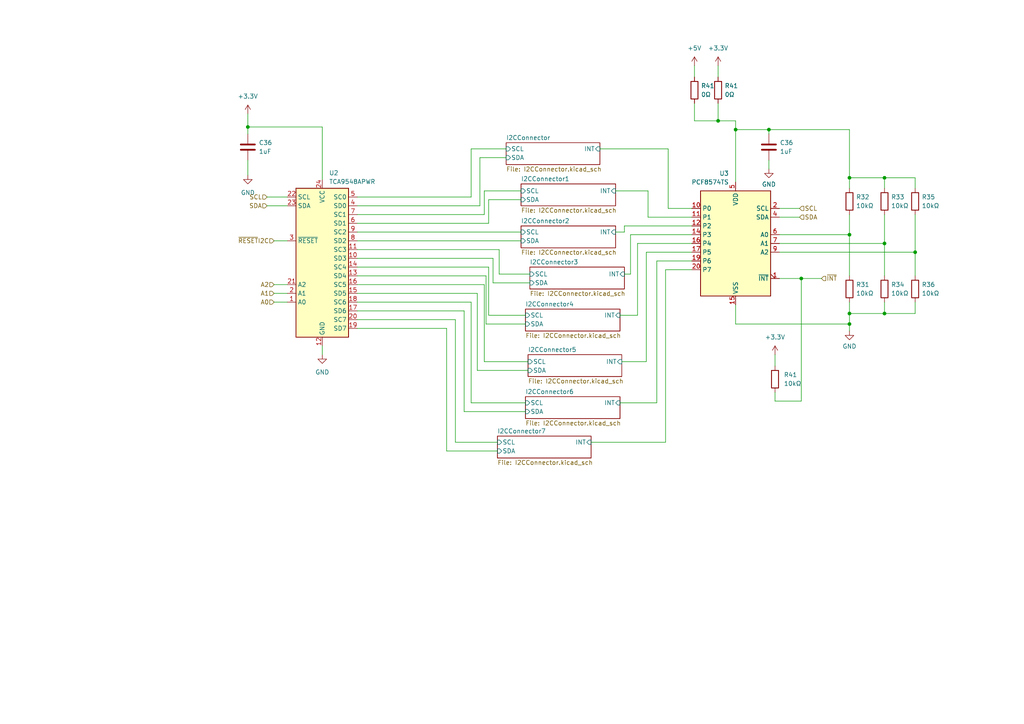
<source format=kicad_sch>
(kicad_sch (version 20230121) (generator eeschema)
  (paper "A4")
  (lib_symbols
    (symbol "Device:C" (pin_numbers hide) (pin_names (offset 0.254))
      (property "Reference" "C" (at 0.635 2.54 0))
      (property "Value" "C" (at 0.635 -2.54 0))
      (symbol "C_0_1"
        (polyline (pts (xy -2.032 -0.762) (xy 2.032 -0.762)) (stroke (width 0.508)))
        (polyline (pts (xy -2.032 0.762) (xy 2.032 0.762)) (stroke (width 0.508)))
      )
      (symbol "C_1_1"
        (pin passive line (at 0 3.81 270) (length 2.794) (name "~") (number "1"))
        (pin passive line (at 0 -3.81 90) (length 2.794) (name "~") (number "2"))
      )
    )
    (symbol "Device:R" (pin_numbers hide) (pin_names (offset 0))
      (property "Reference" "R" (at 2.032 0 90))
      (property "Value" "R" (at 0 0 90))
      (symbol "R_0_1"
        (rectangle (start -1.016 -2.54) (end 1.016 2.54) (stroke (width 0.254)))
      )
      (symbol "R_1_1"
        (pin passive line (at 0 3.81 270) (length 1.27) (name "~") (number "1"))
        (pin passive line (at 0 -3.81 90) (length 1.27) (name "~") (number "2"))
      )
    )
    (symbol "Interface_Expansion:PCF8574TS"
      (property "Reference" "U" (at -8.89 16.51 0))
      (property "Value" "PCF8574TS" (at 3.81 16.51 0))
      (symbol "PCF8574TS_0_1"
        (rectangle (start -10.16 15.24) (end 10.16 -15.24) (stroke (width 0.254)) (fill (type background)))
      )
      (symbol "PCF8574TS_1_1"
        (pin open_collector output_low (at -12.7 -10.16 0) (length 2.54) (name "~{INT}") (number "1"))
        (pin bidirectional line (at 12.7 10.16 180) (length 2.54) (name "P0") (number "10"))
        (pin bidirectional line (at 12.7 7.62 180) (length 2.54) (name "P1") (number "11"))
        (pin bidirectional line (at 12.7 5.08 180) (length 2.54) (name "P2") (number "12"))
        (pin no_connect line (at -10.16 -5.08 0) (length 2.54) hide (name "NC") (number "13"))
        (pin bidirectional line (at 12.7 2.54 180) (length 2.54) (name "P3") (number "14"))
        (pin power_in line (at 0 -17.78 90) (length 2.54) (name "VSS") (number "15"))
        (pin bidirectional line (at 12.7 0 180) (length 2.54) (name "P4") (number "16"))
        (pin bidirectional line (at 12.7 -2.54 180) (length 2.54) (name "P5") (number "17"))
        (pin no_connect line (at -10.16 -7.62 0) (length 2.54) hide (name "NC") (number "18"))
        (pin bidirectional line (at 12.7 -5.08 180) (length 2.54) (name "P6") (number "19"))
        (pin input line (at -12.7 10.16 0) (length 2.54) (name "SCL") (number "2"))
        (pin bidirectional line (at 12.7 -7.62 180) (length 2.54) (name "P7") (number "20"))
        (pin no_connect line (at 10.16 -10.16 180) (length 2.54) hide (name "NC") (number "3"))
        (pin bidirectional line (at -12.7 7.62 0) (length 2.54) (name "SDA") (number "4"))
        (pin power_in line (at 0 17.78 270) (length 2.54) (name "VDD") (number "5"))
        (pin input line (at -12.7 2.54 0) (length 2.54) (name "A0") (number "6"))
        (pin input line (at -12.7 0 0) (length 2.54) (name "A1") (number "7"))
        (pin no_connect line (at 10.16 -12.7 180) (length 2.54) hide (name "NC") (number "8"))
        (pin input line (at -12.7 -2.54 0) (length 2.54) (name "A2") (number "9"))
      )
    )
    (symbol "Interface_Expansion:TCA9548APWR"
      (property "Reference" "U" (at -7.62 21.59 0))
      (property "Value" "TCA9548APWR" (at 1.016 21.59 0))
      (symbol "TCA9548APWR_0_1"
        (rectangle (start -7.62 20.32) (end 7.62 -22.86) (stroke (width 0.254)) (fill (type background)))
      )
      (symbol "TCA9548APWR_1_1"
        (pin input line (at -10.16 -12.7 0) (length 2.54) (name "A0") (number "1"))
        (pin bidirectional line (at 10.16 0 180) (length 2.54) (name "SD3") (number "10"))
        (pin output line (at 10.16 2.54 180) (length 2.54) (name "SC3") (number "11"))
        (pin power_in line (at 0 -25.4 90) (length 2.54) (name "GND") (number "12"))
        (pin bidirectional line (at 10.16 -5.08 180) (length 2.54) (name "SD4") (number "13"))
        (pin output line (at 10.16 -2.54 180) (length 2.54) (name "SC4") (number "14"))
        (pin bidirectional line (at 10.16 -10.16 180) (length 2.54) (name "SD5") (number "15"))
        (pin output line (at 10.16 -7.62 180) (length 2.54) (name "SC5") (number "16"))
        (pin bidirectional line (at 10.16 -15.24 180) (length 2.54) (name "SD6") (number "17"))
        (pin output line (at 10.16 -12.7 180) (length 2.54) (name "SC6") (number "18"))
        (pin bidirectional line (at 10.16 -20.32 180) (length 2.54) (name "SD7") (number "19"))
        (pin input line (at -10.16 -10.16 0) (length 2.54) (name "A1") (number "2"))
        (pin output line (at 10.16 -17.78 180) (length 2.54) (name "SC7") (number "20"))
        (pin input line (at -10.16 -7.62 0) (length 2.54) (name "A2") (number "21"))
        (pin input line (at -10.16 17.78 0) (length 2.54) (name "SCL") (number "22"))
        (pin bidirectional line (at -10.16 15.24 0) (length 2.54) (name "SDA") (number "23"))
        (pin power_in line (at 0 22.86 270) (length 2.54) (name "VCC") (number "24"))
        (pin input line (at -10.16 5.08 0) (length 2.54) (name "~{RESET}") (number "3"))
        (pin bidirectional line (at 10.16 15.24 180) (length 2.54) (name "SD0") (number "4"))
        (pin output line (at 10.16 17.78 180) (length 2.54) (name "SC0") (number "5"))
        (pin bidirectional line (at 10.16 10.16 180) (length 2.54) (name "SD1") (number "6"))
        (pin output line (at 10.16 12.7 180) (length 2.54) (name "SC1") (number "7"))
        (pin bidirectional line (at 10.16 5.08 180) (length 2.54) (name "SD2") (number "8"))
        (pin output line (at 10.16 7.62 180) (length 2.54) (name "SC2") (number "9"))
      )
    )
    (symbol "power:+3.3V" (power) (pin_names (offset 0))
      (property "Value" "+3.3V" (at 0 3.556 0))
      (symbol "+3.3V_0_1"
        (polyline (pts (xy -0.762 1.27) (xy 0 2.54)))
        (polyline (pts (xy 0 0) (xy 0 2.54)))
        (polyline (pts (xy 0 2.54) (xy 0.762 1.27)))
      )
      (symbol "+3.3V_1_1"
        (pin power_in line (at 0 0 90) (length 0) hide (name "+3.3V") (number "1"))
      )
    )
    (symbol "power:+5V" (power) (pin_names (offset 0))
      (property "Value" "+5V" (at 0 3.556 0))
      (symbol "+5V_0_1"
        (polyline (pts (xy -0.762 1.27) (xy 0 2.54)))
        (polyline (pts (xy 0 0) (xy 0 2.54)))
        (polyline (pts (xy 0 2.54) (xy 0.762 1.27)))
      )
      (symbol "+5V_1_1"
        (pin power_in line (at 0 0 90) (length 0) hide (name "+5V") (number "1"))
      )
    )
    (symbol "power:GND" (power) (pin_names (offset 0))
      (property "Value" "GND" (at 0 -3.81 0))
      (symbol "GND_0_1"
        (polyline (pts (xy 0 0) (xy 0 -1.27) (xy 1.27 -1.27) (xy 0 -2.54) (xy -1.27 -1.27) (xy 0 -1.27)))
      )
      (symbol "GND_1_1"
        (pin power_in line (at 0 0 270) (length 0) hide (name "GND") (number "1"))
      )
    )
  )
  (junction (at 246.38 93.98))
  (junction (at 246.38 68.072))
  (junction (at 256.54 90.932))
  (junction (at 213.36 37.592))
  (junction (at 265.43 73.152))
  (junction (at 208.28 35.052))
  (junction (at 71.882 36.83))
  (junction (at 246.38 90.932))
  (junction (at 246.38 51.562))
  (junction (at 232.41 80.772))
  (junction (at 256.54 51.562))
  (junction (at 223.012 37.592))
  (junction (at 256.54 70.612))
  (wire (pts (xy 139.192 45.72) (xy 146.812 45.72)))
  (wire (pts (xy 232.41 80.772) (xy 238.252 80.772)))
  (wire (pts (xy 184.912 91.44) (xy 184.912 70.612)))
  (wire (pts (xy 226.06 73.152) (xy 265.43 73.152)))
  (wire (pts (xy 256.54 51.562) (xy 265.43 51.562)))
  (wire (pts (xy 93.472 36.83) (xy 93.472 52.07)))
  (wire (pts (xy 144.272 128.27) (xy 132.08 128.27)))
  (wire (pts (xy 79.502 85.09) (xy 83.312 85.09)))
  (wire (pts (xy 140.462 82.55) (xy 140.462 104.902)))
  (wire (pts (xy 141.732 64.77) (xy 141.732 57.912)))
  (wire (pts (xy 141.732 77.47) (xy 141.732 91.44)))
  (wire (pts (xy 208.28 35.052) (xy 213.36 35.052)))
  (wire (pts (xy 182.88 79.502) (xy 181.102 79.502)))
  (wire (pts (xy 208.28 29.972) (xy 208.28 35.052)))
  (wire (pts (xy 173.99 43.18) (xy 193.802 43.18)))
  (wire (pts (xy 103.632 64.77) (xy 141.732 64.77)))
  (wire (pts (xy 193.802 43.18) (xy 193.802 60.452)))
  (wire (pts (xy 143.002 82.042) (xy 153.67 82.042)))
  (wire (pts (xy 144.78 79.502) (xy 153.67 79.502)))
  (wire (pts (xy 246.38 51.562) (xy 246.38 54.61)))
  (wire (pts (xy 138.43 107.442) (xy 153.162 107.442)))
  (wire (pts (xy 103.632 59.69) (xy 139.192 59.69)))
  (wire (pts (xy 223.012 37.592) (xy 223.012 38.862)))
  (wire (pts (xy 232.41 116.332) (xy 224.79 116.332)))
  (wire (pts (xy 103.632 74.93) (xy 143.002 74.93)))
  (wire (pts (xy 140.462 55.372) (xy 151.13 55.372)))
  (wire (pts (xy 213.36 88.392) (xy 213.36 93.98)))
  (wire (pts (xy 208.28 19.05) (xy 208.28 22.352)))
  (wire (pts (xy 200.66 68.072) (xy 182.88 68.072)))
  (wire (pts (xy 265.43 62.23) (xy 265.43 73.152)))
  (wire (pts (xy 213.36 35.052) (xy 213.36 37.592)))
  (wire (pts (xy 79.502 82.55) (xy 83.312 82.55)))
  (wire (pts (xy 140.462 62.23) (xy 140.462 55.372)))
  (wire (pts (xy 143.002 74.93) (xy 143.002 82.042)))
  (wire (pts (xy 140.97 93.98) (xy 152.4 93.98)))
  (wire (pts (xy 256.54 70.612) (xy 256.54 80.01)))
  (wire (pts (xy 181.102 65.532) (xy 200.66 65.532)))
  (wire (pts (xy 129.54 95.25) (xy 129.54 130.81)))
  (wire (pts (xy 179.832 116.84) (xy 190.5 116.84)))
  (wire (pts (xy 93.472 100.33) (xy 93.472 102.87)))
  (wire (pts (xy 265.43 51.562) (xy 265.43 54.61)))
  (wire (pts (xy 193.04 78.232) (xy 193.04 128.27)))
  (wire (pts (xy 152.4 119.38) (xy 134.62 119.38)))
  (wire (pts (xy 193.04 128.27) (xy 171.45 128.27)))
  (wire (pts (xy 79.502 87.63) (xy 83.312 87.63)))
  (wire (pts (xy 132.08 92.71) (xy 103.632 92.71)))
  (wire (pts (xy 134.62 90.17) (xy 103.632 90.17)))
  (wire (pts (xy 213.36 37.592) (xy 223.012 37.592)))
  (wire (pts (xy 139.192 59.69) (xy 139.192 45.72)))
  (wire (pts (xy 265.43 73.152) (xy 265.43 80.01)))
  (wire (pts (xy 136.652 57.15) (xy 136.652 43.18)))
  (wire (pts (xy 246.38 62.23) (xy 246.38 68.072)))
  (wire (pts (xy 77.47 59.69) (xy 83.312 59.69)))
  (wire (pts (xy 200.66 78.232) (xy 193.04 78.232)))
  (wire (pts (xy 129.54 130.81) (xy 144.272 130.81)))
  (wire (pts (xy 132.08 128.27) (xy 132.08 92.71)))
  (wire (pts (xy 223.012 37.592) (xy 246.38 37.592)))
  (wire (pts (xy 193.802 60.452) (xy 200.66 60.452)))
  (wire (pts (xy 190.5 116.84) (xy 190.5 75.692)))
  (wire (pts (xy 223.012 46.482) (xy 223.012 49.022)))
  (wire (pts (xy 103.632 87.63) (xy 136.652 87.63)))
  (wire (pts (xy 190.5 75.692) (xy 200.66 75.692)))
  (wire (pts (xy 256.54 62.23) (xy 256.54 70.612)))
  (wire (pts (xy 103.632 85.09) (xy 138.43 85.09)))
  (wire (pts (xy 187.96 55.372) (xy 178.562 55.372)))
  (wire (pts (xy 201.422 35.052) (xy 208.28 35.052)))
  (wire (pts (xy 138.43 85.09) (xy 138.43 107.442)))
  (wire (pts (xy 184.912 70.612) (xy 200.66 70.612)))
  (wire (pts (xy 226.06 70.612) (xy 256.54 70.612)))
  (wire (pts (xy 152.4 91.44) (xy 141.732 91.44)))
  (wire (pts (xy 71.882 36.83) (xy 93.472 36.83)))
  (wire (pts (xy 213.36 93.98) (xy 246.38 93.98)))
  (wire (pts (xy 180.34 104.902) (xy 187.452 104.902)))
  (wire (pts (xy 246.38 93.98) (xy 246.38 96.012)))
  (wire (pts (xy 71.882 46.482) (xy 71.882 50.8)))
  (wire (pts (xy 187.452 104.902) (xy 187.452 73.152)))
  (wire (pts (xy 246.38 68.072) (xy 246.38 80.01)))
  (wire (pts (xy 182.88 68.072) (xy 182.88 79.502)))
  (wire (pts (xy 136.652 43.18) (xy 146.812 43.18)))
  (wire (pts (xy 136.652 116.84) (xy 152.4 116.84)))
  (wire (pts (xy 178.562 67.31) (xy 181.102 67.31)))
  (wire (pts (xy 140.97 80.01) (xy 140.97 93.98)))
  (wire (pts (xy 226.06 68.072) (xy 246.38 68.072)))
  (wire (pts (xy 256.54 51.562) (xy 256.54 54.61)))
  (wire (pts (xy 103.632 69.85) (xy 151.13 69.85)))
  (wire (pts (xy 103.632 72.39) (xy 144.78 72.39)))
  (wire (pts (xy 79.502 69.85) (xy 83.312 69.85)))
  (wire (pts (xy 200.66 62.992) (xy 187.96 62.992)))
  (wire (pts (xy 187.96 62.992) (xy 187.96 55.372)))
  (wire (pts (xy 213.36 37.592) (xy 213.36 52.832)))
  (wire (pts (xy 141.732 57.912) (xy 151.13 57.912)))
  (wire (pts (xy 103.632 67.31) (xy 151.13 67.31)))
  (wire (pts (xy 136.652 87.63) (xy 136.652 116.84)))
  (wire (pts (xy 201.422 29.972) (xy 201.422 35.052)))
  (wire (pts (xy 265.43 90.932) (xy 265.43 87.63)))
  (wire (pts (xy 232.41 80.772) (xy 232.41 116.332)))
  (wire (pts (xy 246.38 90.932) (xy 256.54 90.932)))
  (wire (pts (xy 231.902 60.452) (xy 226.06 60.452)))
  (wire (pts (xy 103.632 95.25) (xy 129.54 95.25)))
  (wire (pts (xy 246.38 87.63) (xy 246.38 90.932)))
  (wire (pts (xy 256.54 90.932) (xy 256.54 87.63)))
  (wire (pts (xy 246.38 90.932) (xy 246.38 93.98)))
  (wire (pts (xy 140.462 104.902) (xy 153.162 104.902)))
  (wire (pts (xy 71.882 36.83) (xy 71.882 38.862)))
  (wire (pts (xy 246.38 51.562) (xy 256.54 51.562)))
  (wire (pts (xy 224.79 116.332) (xy 224.79 113.792)))
  (wire (pts (xy 256.54 90.932) (xy 265.43 90.932)))
  (wire (pts (xy 144.78 72.39) (xy 144.78 79.502)))
  (wire (pts (xy 181.102 67.31) (xy 181.102 65.532)))
  (wire (pts (xy 231.902 62.992) (xy 226.06 62.992)))
  (wire (pts (xy 77.47 57.15) (xy 83.312 57.15)))
  (wire (pts (xy 179.832 91.44) (xy 184.912 91.44)))
  (wire (pts (xy 201.422 19.05) (xy 201.422 22.352)))
  (wire (pts (xy 141.732 77.47) (xy 103.632 77.47)))
  (wire (pts (xy 103.632 82.55) (xy 140.462 82.55)))
  (wire (pts (xy 103.632 80.01) (xy 140.97 80.01)))
  (wire (pts (xy 224.79 102.87) (xy 224.79 106.172)))
  (wire (pts (xy 103.632 57.15) (xy 136.652 57.15)))
  (wire (pts (xy 187.452 73.152) (xy 200.66 73.152)))
  (wire (pts (xy 246.38 37.592) (xy 246.38 51.562)))
  (wire (pts (xy 103.632 62.23) (xy 140.462 62.23)))
  (wire (pts (xy 134.62 119.38) (xy 134.62 90.17)))
  (wire (pts (xy 226.06 80.772) (xy 232.41 80.772)))
  (wire (pts (xy 71.882 33.02) (xy 71.882 36.83)))
  (hierarchical_label "A1" (shape input) (at 79.502 85.09 180))
  (hierarchical_label "SCL" (shape input) (at 77.47 57.15 180))
  (hierarchical_label "A0" (shape input) (at 79.502 87.63 180))
  (hierarchical_label "SDA" (shape input) (at 77.47 59.69 180))
  (hierarchical_label "A2" (shape input) (at 79.502 82.55 180))
  (hierarchical_label "SDA" (shape input) (at 231.902 62.992 0))
  (hierarchical_label "SCL" (shape input) (at 231.902 60.452 0))
  (hierarchical_label "~{INT}" (shape input) (at 238.252 80.772 0))
  (hierarchical_label "~{RESET}I2C" (shape input) (at 79.502 69.85 180))
  (symbol (lib_id "Device:C") (at 223.012 42.672 0) (unit 1)
    (property "Reference" "C36" (at 226.187 41.402 0) (effects (justify left)))
    (property "Value" "1uF" (at 226.187 43.942 0) (effects (justify left)))
    (property "Footprint" "Capacitor_SMD:C_0805_2012Metric" (effects hide))
    (instances (project "TeensyIrrigation" (path "" (reference "C36") (unit 1)) (path "" (reference "C38") (unit 1)) (path "" (reference "C40") (unit 1)) (path "" (reference "C42") (unit 1)) (path "" (reference "C44") (unit 1)) (path "" (reference "C46") (unit 1)) (path "" (reference "C48") (unit 1)) (path "" (reference "C50") (unit 1)) (path "" (reference "C3") (unit 1))))
  )
  (symbol (lib_id "Device:R") (at 256.54 58.42 0) (unit 1)
    (property "Reference" "R33" (at 258.445 57.15 0) (effects (justify left)))
    (property "Value" "10kΩ" (at 258.445 59.69 0) (effects (justify left)))
    (property "Footprint" "Resistor_SMD:R_0805_2012Metric" (effects hide))
    (instances (project "TeensyIrrigation" (path "" (reference "R33") (unit 1)) (path "" (reference "R7") (unit 1))))
  )
  (symbol (lib_id "power:+3.3V") (at 224.79 102.87 0) (unit 1)
    (property "Reference" "#PWR0137" (effects hide))
    (property "Value" "+3.3V" (at 224.79 97.79 0))
    (instances (project "TeensyIrrigation" (path "" (reference "#PWR0137") (unit 1)) (path "" (reference "#PWR0144") (unit 1)) (path "" (reference "#PWR0151") (unit 1)) (path "" (reference "#PWR0158") (unit 1)) (path "" (reference "#PWR0165") (unit 1)) (path "" (reference "#PWR0172") (unit 1)) (path "" (reference "#PWR0179") (unit 1)) (path "" (reference "#PWR0186") (unit 1)) (path "" (reference "#PWR016") (unit 1))))
  )
  (symbol (lib_id "Device:R") (at 265.43 58.42 0) (unit 1)
    (property "Reference" "R35" (at 267.335 57.15 0) (effects (justify left)))
    (property "Value" "10kΩ" (at 267.335 59.69 0) (effects (justify left)))
    (property "Footprint" "Resistor_SMD:R_0805_2012Metric" (effects hide))
    (instances (project "TeensyIrrigation" (path "" (reference "R35") (unit 1)) (path "" (reference "R9") (unit 1))))
  )
  (symbol (lib_id "power:GND") (at 246.38 96.012 0) (unit 1)
    (property "Reference" "#PWR03" (effects hide))
    (property "Value" "GND" (at 246.38 100.457 0))
    (instances (project "TeensyIrrigation" (path "" (reference "#PWR03") (unit 1)) (path "" (reference "#PWR018") (unit 1))))
  )
  (symbol (lib_id "Device:C") (at 71.882 42.672 0) (unit 1)
    (property "Reference" "C36" (at 75.057 41.402 0) (effects (justify left)))
    (property "Value" "1uF" (at 75.057 43.942 0) (effects (justify left)))
    (property "Footprint" "Capacitor_SMD:C_0805_2012Metric" (effects hide))
    (instances (project "TeensyIrrigation" (path "" (reference "C36") (unit 1)) (path "" (reference "C38") (unit 1)) (path "" (reference "C40") (unit 1)) (path "" (reference "C42") (unit 1)) (path "" (reference "C44") (unit 1)) (path "" (reference "C46") (unit 1)) (path "" (reference "C48") (unit 1)) (path "" (reference "C50") (unit 1)) (path "" (reference "C2") (unit 1))))
  )
  (symbol (lib_id "power:+3.3V") (at 208.28 19.05 0) (unit 1)
    (property "Reference" "#PWR0137" (effects hide))
    (property "Value" "+3.3V" (at 208.28 13.97 0))
    (instances (project "TeensyIrrigation" (path "" (reference "#PWR0137") (unit 1)) (path "" (reference "#PWR0144") (unit 1)) (path "" (reference "#PWR0151") (unit 1)) (path "" (reference "#PWR0158") (unit 1)) (path "" (reference "#PWR0165") (unit 1)) (path "" (reference "#PWR0172") (unit 1)) (path "" (reference "#PWR0179") (unit 1)) (path "" (reference "#PWR0186") (unit 1)) (path "" (reference "#PWR014") (unit 1))))
  )
  (symbol (lib_id "Device:R") (at 246.38 58.42 0) (unit 1)
    (property "Reference" "R32" (at 248.285 57.15 0) (effects (justify left)))
    (property "Value" "10kΩ" (at 248.285 59.69 0) (effects (justify left)))
    (property "Footprint" "Resistor_SMD:R_0805_2012Metric" (effects hide))
    (instances (project "TeensyIrrigation" (path "" (reference "R32") (unit 1)) (path "" (reference "R5") (unit 1))))
  )
  (symbol (lib_id "Device:R") (at 224.79 109.982 180) (unit 1)
    (property "Reference" "R41" (at 227.33 108.712 0) (effects (justify right)))
    (property "Value" "10kΩ" (at 227.33 111.252 0) (effects (justify right)))
    (property "Footprint" "Resistor_SMD:R_0805_2012Metric" (effects hide))
    (instances (project "TeensyIrrigation" (path "" (reference "R41") (unit 1)) (path "" (reference "R38") (unit 1)) (path "" (reference "R40") (unit 1)) (path "" (reference "R42") (unit 1)) (path "" (reference "R44") (unit 1)) (path "" (reference "R46") (unit 1)) (path "" (reference "R48") (unit 1)) (path "" (reference "R50") (unit 1)) (path "" (reference "R52") (unit 1)) (path "" (reference "R4") (unit 1))))
  )
  (symbol (lib_id "Device:R") (at 265.43 83.82 0) (unit 1)
    (property "Reference" "R36" (at 267.335 82.55 0) (effects (justify left)))
    (property "Value" "10kΩ" (at 267.335 85.09 0) (effects (justify left)))
    (property "Footprint" "Resistor_SMD:R_0805_2012Metric" (effects hide))
    (instances (project "TeensyIrrigation" (path "" (reference "R36") (unit 1)) (path "" (reference "R10") (unit 1))))
  )
  (symbol (lib_id "power:GND") (at 71.882 50.8 0) (unit 1)
    (property "Reference" "#PWR0124" (effects hide))
    (property "Value" "GND" (at 71.882 55.88 0))
    (instances (project "TeensyIrrigation" (path "" (reference "#PWR0124") (unit 1)) (path "" (reference "#PWR0133") (unit 1)) (path "" (reference "#PWR0140") (unit 1)) (path "" (reference "#PWR0147") (unit 1)) (path "" (reference "#PWR0154") (unit 1)) (path "" (reference "#PWR0161") (unit 1)) (path "" (reference "#PWR0168") (unit 1)) (path "" (reference "#PWR0175") (unit 1)) (path "" (reference "#PWR011") (unit 1))))
  )
  (symbol (lib_id "power:GND") (at 223.012 49.022 0) (unit 1)
    (property "Reference" "#PWR03" (effects hide))
    (property "Value" "GND" (at 223.012 53.467 0))
    (instances (project "TeensyIrrigation" (path "" (reference "#PWR03") (unit 1)) (path "" (reference "#PWR015") (unit 1))))
  )
  (symbol (lib_id "Interface_Expansion:TCA9548APWR") (at 93.472 74.93 0) (unit 1)
    (property "Reference" "U2" (at 95.4279 50.165 0) (effects (justify left)))
    (property "Value" "TCA9548APWR" (at 95.4279 52.705 0) (effects (justify left)))
    (property "Footprint" "Package_SO:TSSOP-24_4.4x7.8mm_P0.65mm" (effects hide))
    (property "Datasheet" "http://www.ti.com/lit/ds/symlink/tca9548a.pdf" (effects hide))
  )
  (symbol (lib_id "Device:R") (at 208.28 26.162 180) (unit 1)
    (property "Reference" "R41" (at 210.185 24.892 0) (effects (justify right)))
    (property "Value" "0Ω" (at 210.185 27.432 0) (effects (justify right)))
    (property "Footprint" "Resistor_SMD:R_0805_2012Metric" (effects hide))
    (instances (project "TeensyIrrigation" (path "" (reference "R41") (unit 1)) (path "" (reference "R38") (unit 1)) (path "" (reference "R40") (unit 1)) (path "" (reference "R42") (unit 1)) (path "" (reference "R44") (unit 1)) (path "" (reference "R46") (unit 1)) (path "" (reference "R48") (unit 1)) (path "" (reference "R50") (unit 1)) (path "" (reference "R52") (unit 1)) (path "" (reference "R3") (unit 1))))
  )
  (symbol (lib_id "Interface_Expansion:PCF8574TS") (at 213.36 70.612 0) (mirror y) (unit 1)
    (property "Reference" "U3" (at 211.4041 50.292 0) (effects (justify left)))
    (property "Value" "PCF8574TS" (at 211.4041 52.832 0) (effects (justify left)))
    (property "Footprint" "Package_SO:SSOP-20_4.4x6.5mm_P0.65mm" (effects hide))
    (property "Datasheet" "http://www.nxp.com/documents/data_sheet/PCF8574_PCF8574A.pdf" (effects hide))
  )
  (symbol (lib_id "Device:R") (at 246.38 83.82 0) (unit 1)
    (property "Reference" "R31" (at 248.285 82.55 0) (effects (justify left)))
    (property "Value" "10kΩ" (at 248.285 85.09 0) (effects (justify left)))
    (property "Footprint" "Resistor_SMD:R_0805_2012Metric" (effects hide))
    (instances (project "TeensyIrrigation" (path "" (reference "R31") (unit 1)) (path "" (reference "R6") (unit 1))))
  )
  (symbol (lib_id "power:+3.3V") (at 71.882 33.02 0) (unit 1)
    (property "Reference" "#PWR0123" (effects hide))
    (property "Value" "+3.3V" (at 71.882 27.94 0))
    (instances (project "TeensyIrrigation" (path "" (reference "#PWR0123") (unit 1)) (path "" (reference "#PWR0130") (unit 1)) (path "" (reference "#PWR0137") (unit 1)) (path "" (reference "#PWR0144") (unit 1)) (path "" (reference "#PWR0151") (unit 1)) (path "" (reference "#PWR0158") (unit 1)) (path "" (reference "#PWR0165") (unit 1)) (path "" (reference "#PWR0172") (unit 1)) (path "" (reference "#PWR010") (unit 1))))
  )
  (symbol (lib_id "power:GND") (at 93.472 102.87 0) (unit 1)
    (property "Reference" "#PWR012" (effects hide))
    (property "Value" "GND" (at 93.472 107.95 0))
  )
  (symbol (lib_id "power:+5V") (at 201.422 19.05 0) (unit 1)
    (property "Reference" "#PWR0136" (effects hide))
    (property "Value" "+5V" (at 201.422 13.97 0))
    (instances (project "TeensyIrrigation" (path "" (reference "#PWR0136") (unit 1)) (path "" (reference "#PWR0143") (unit 1)) (path "" (reference "#PWR0150") (unit 1)) (path "" (reference "#PWR0157") (unit 1)) (path "" (reference "#PWR0164") (unit 1)) (path "" (reference "#PWR0171") (unit 1)) (path "" (reference "#PWR0178") (unit 1)) (path "" (reference "#PWR0185") (unit 1)) (path "" (reference "#PWR013") (unit 1))))
  )
  (symbol (lib_id "Device:R") (at 201.422 26.162 180) (unit 1)
    (property "Reference" "R41" (at 203.327 24.892 0) (effects (justify right)))
    (property "Value" "0Ω" (at 203.327 27.432 0) (effects (justify right)))
    (property "Footprint" "Resistor_SMD:R_0805_2012Metric" (effects hide))
    (instances (project "TeensyIrrigation" (path "" (reference "R41") (unit 1)) (path "" (reference "R37") (unit 1)) (path "" (reference "R39") (unit 1)) (path "" (reference "R41") (unit 1)) (path "" (reference "R43") (unit 1)) (path "" (reference "R45") (unit 1)) (path "" (reference "R47") (unit 1)) (path "" (reference "R49") (unit 1)) (path "" (reference "R51") (unit 1)) (path "" (reference "R2") (unit 1))))
  )
  (symbol (lib_id "Device:R") (at 256.54 83.82 0) (unit 1)
    (property "Reference" "R34" (at 258.445 82.55 0) (effects (justify left)))
    (property "Value" "10kΩ" (at 258.445 85.09 0) (effects (justify left)))
    (property "Footprint" "Resistor_SMD:R_0805_2012Metric" (effects hide))
    (instances (project "TeensyIrrigation" (path "" (reference "R34") (unit 1)) (path "" (reference "R8") (unit 1))))
  )
  (sheet (at 151.13 65.532) (size 27.432 6.35) (stroke (width 0.1524))
    (property "Sheetname" "I2CConnector2" (at 151.13 64.8204 0) (effects (justify left bottom)))
    (property "Sheetfile" "I2CConnector.kicad_sch" (at 151.13 72.4666 0) (effects (justify left top)))
    (pin "SDA" input (at 151.13 69.85 180))
    (pin "SCL" input (at 151.13 67.31 180))
    (pin "INT" input (at 178.562 67.31 0))
  )
  (sheet (at 144.272 126.492) (size 27.178 6.35) (stroke (width 0.1524))
    (property "Sheetname" "I2CConnector7" (at 144.272 125.7804 0) (effects (justify left bottom)))
    (property "Sheetfile" "I2CConnector.kicad_sch" (at 144.272 133.4266 0) (effects (justify left top)))
    (pin "SDA" input (at 144.272 130.81 180))
    (pin "SCL" input (at 144.272 128.27 180))
    (pin "INT" input (at 171.45 128.27 0))
  )
  (sheet (at 152.4 89.662) (size 27.432 6.35) (stroke (width 0.1524))
    (property "Sheetname" "I2CConnector4" (at 152.4 88.9504 0) (effects (justify left bottom)))
    (property "Sheetfile" "I2CConnector.kicad_sch" (at 152.4 96.5966 0) (effects (justify left top)))
    (pin "SDA" input (at 152.4 93.98 180))
    (pin "SCL" input (at 152.4 91.44 180))
    (pin "INT" input (at 179.832 91.44 0))
  )
  (sheet (at 153.67 77.47) (size 27.432 6.35) (stroke (width 0.1524))
    (property "Sheetname" "I2CConnector3" (at 153.67 76.7584 0) (effects (justify left bottom)))
    (property "Sheetfile" "I2CConnector.kicad_sch" (at 153.67 84.4046 0) (effects (justify left top)))
    (pin "SDA" input (at 153.67 82.042 180))
    (pin "SCL" input (at 153.67 79.502 180))
    (pin "INT" input (at 181.102 79.502 0))
  )
  (sheet (at 146.812 41.402) (size 27.178 6.35) (stroke (width 0.1524))
    (property "Sheetname" "I2CConnector" (at 146.812 40.6904 0) (effects (justify left bottom)))
    (property "Sheetfile" "I2CConnector.kicad_sch" (at 146.812 48.3366 0) (effects (justify left top)))
    (pin "SDA" input (at 146.812 45.72 180))
    (pin "SCL" input (at 146.812 43.18 180))
    (pin "INT" input (at 173.99 43.18 0))
  )
  (sheet (at 153.162 102.87) (size 27.178 6.35) (stroke (width 0.1524))
    (property "Sheetname" "I2CConnector5" (at 153.162 102.1584 0) (effects (justify left bottom)))
    (property "Sheetfile" "I2CConnector.kicad_sch" (at 153.162 109.8046 0) (effects (justify left top)))
    (pin "SDA" input (at 153.162 107.442 180))
    (pin "SCL" input (at 153.162 104.902 180))
    (pin "INT" input (at 180.34 104.902 0))
  )
  (sheet (at 152.4 115.062) (size 27.432 6.35) (stroke (width 0.1524))
    (property "Sheetname" "I2CConnector6" (at 152.4 114.3504 0) (effects (justify left bottom)))
    (property "Sheetfile" "I2CConnector.kicad_sch" (at 152.4 121.9966 0) (effects (justify left top)))
    (pin "SDA" input (at 152.4 119.38 180))
    (pin "SCL" input (at 152.4 116.84 180))
    (pin "INT" input (at 179.832 116.84 0))
  )
  (sheet (at 151.13 53.34) (size 27.432 6.35) (stroke (width 0.1524))
    (property "Sheetname" "I2CConnector1" (at 151.13 52.6284 0) (effects (justify left bottom)))
    (property "Sheetfile" "I2CConnector.kicad_sch" (at 151.13 60.2746 0) (effects (justify left top)))
    (pin "SDA" input (at 151.13 57.912 180))
    (pin "SCL" input (at 151.13 55.372 180))
    (pin "INT" input (at 178.562 55.372 0))
  )
)
</source>
